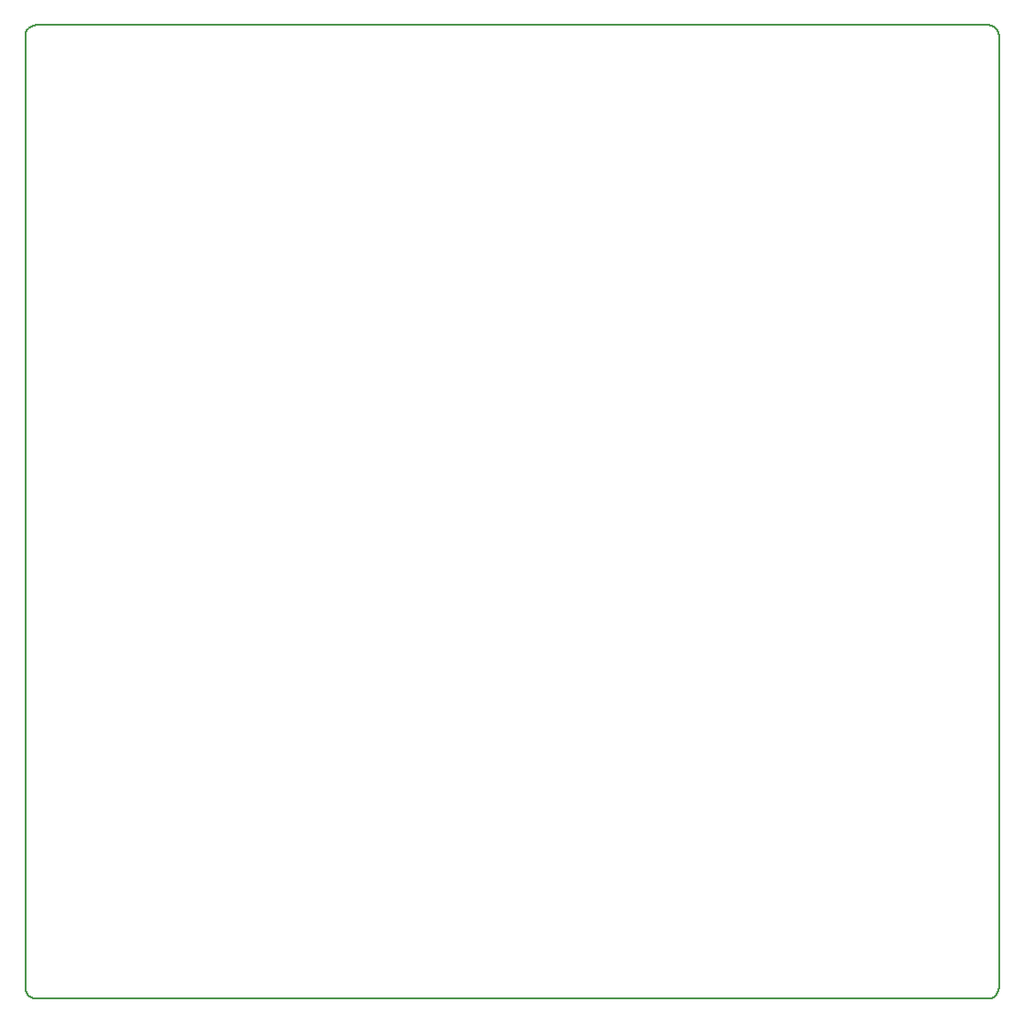
<source format=gko>
G04*
G04 #@! TF.GenerationSoftware,Altium Limited,Altium Designer,22.9.1 (49)*
G04*
G04 Layer_Color=16711935*
%FSLAX25Y25*%
%MOIN*%
G70*
G04*
G04 #@! TF.SameCoordinates,76B2CB67-AC7D-4B7C-BAB6-E888D97DABA5*
G04*
G04*
G04 #@! TF.FilePolarity,Positive*
G04*
G01*
G75*
%ADD13C,0.00787*%
D13*
X354331Y350394D02*
X354197Y351413D01*
X353803Y352362D01*
X353178Y353178D01*
X352362Y353803D01*
X351413Y354197D01*
X350394Y354331D01*
Y0D02*
X351413Y134D01*
X352362Y527D01*
X353178Y1153D01*
X353803Y1969D01*
X354197Y2918D01*
X354331Y3937D01*
X3937Y354331D02*
X2918Y354197D01*
X1969Y353803D01*
X1153Y353178D01*
X527Y352362D01*
X134Y351413D01*
X0Y350394D01*
Y3937D02*
X134Y2918D01*
X527Y1969D01*
X1153Y1153D01*
X1969Y527D01*
X2918Y134D01*
X3937Y0D01*
X350394D01*
X3937Y354331D02*
X350394D01*
X354331Y3937D02*
Y350394D01*
X0Y3937D02*
Y350394D01*
M02*

</source>
